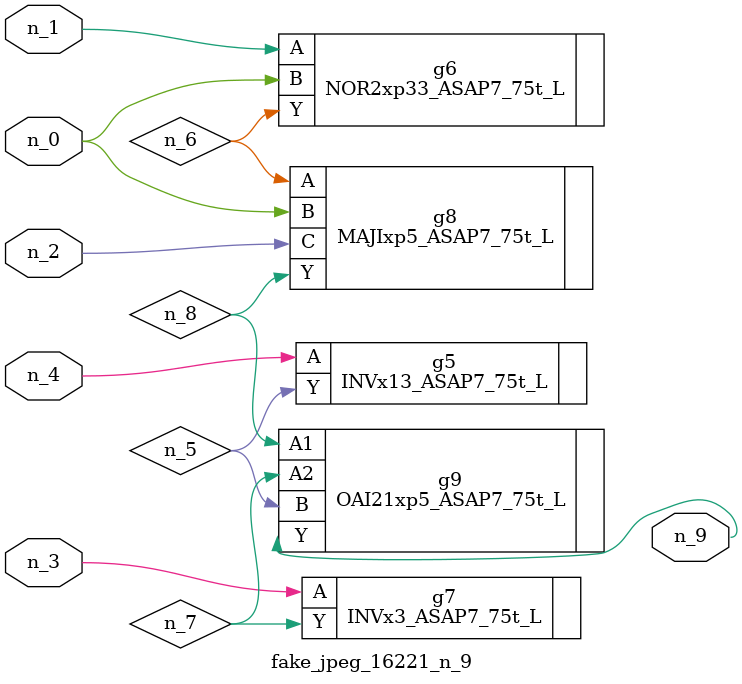
<source format=v>
module fake_jpeg_16221_n_9 (n_3, n_2, n_1, n_0, n_4, n_9);

input n_3;
input n_2;
input n_1;
input n_0;
input n_4;

output n_9;

wire n_8;
wire n_6;
wire n_5;
wire n_7;

INVx13_ASAP7_75t_L g5 ( 
.A(n_4),
.Y(n_5)
);

NOR2xp33_ASAP7_75t_L g6 ( 
.A(n_1),
.B(n_0),
.Y(n_6)
);

INVx3_ASAP7_75t_L g7 ( 
.A(n_3),
.Y(n_7)
);

MAJIxp5_ASAP7_75t_L g8 ( 
.A(n_6),
.B(n_0),
.C(n_2),
.Y(n_8)
);

OAI21xp5_ASAP7_75t_L g9 ( 
.A1(n_8),
.A2(n_7),
.B(n_5),
.Y(n_9)
);


endmodule
</source>
